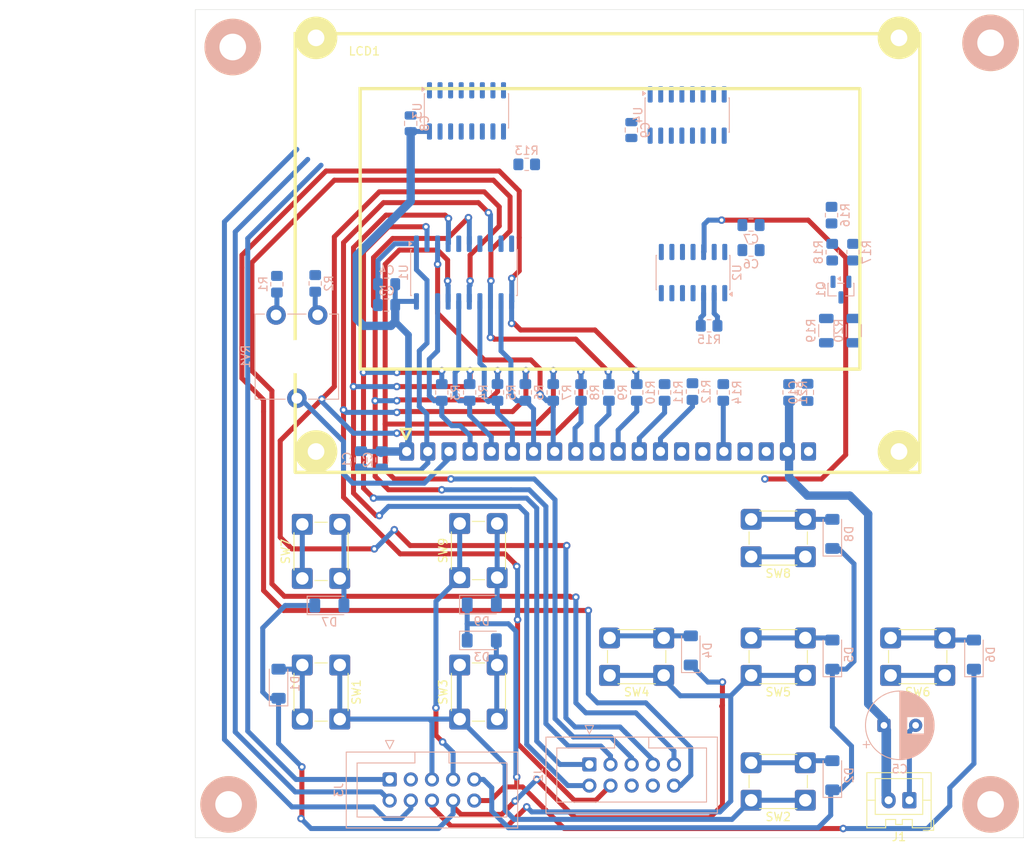
<source format=kicad_pcb>
(kicad_pcb (version 20241229) (generator "pcbnew") (generator_version "9.0")
  (layers (0 "F.Cu" signal) (2 "B.Cu" signal) (13 "F.Paste" user) (15 "B.Paste" user) (5 "F.SilkS" user "F.Silkscreen") (7 "B.SilkS" user "B.Silkscreen") (1 "F.Mask" user) (3 "B.Mask" user) (25 "Edge.Cuts" user))
  (net 0 "")
  (net 1 "+5V")
  (net 2 "GND")
  (net 3 "Net-(D1-A)")
  (net 4 "ROW1")
  (net 5 "Net-(D2-A)")
  (net 6 "ROW2")
  (net 7 "Net-(D3-A)")
  (net 8 "ROW3")
  (net 9 "Net-(D4-A)")
  (net 10 "Net-(D5-A)")
  (net 11 "Net-(D6-A)")
  (net 12 "Net-(D7-A)")
  (net 13 "Net-(D8-A)")
  (net 14 "Net-(D9-A)")
  (net 15 "DB2_IN")
  (net 16 "DB0_IN")
  (net 17 "DB5_IN")
  (net 18 "DB7_IN")
  (net 19 "DB1_IN")
  (net 20 "DB4_IN")
  (net 21 "DB6_IN")
  (net 22 "CS1_IN")
  (net 23 "DB3_IN")
  (net 24 "CS2_IN")
  (net 25 "BACKLIGHT_DRIVE_IN")
  (net 26 "COL2")
  (net 27 "COL3")
  (net 28 "CLK")
  (net 29 "LATCH")
  (net 30 "COL1")
  (net 31 "DB7")
  (net 32 "DB6")
  (net 33 "Net-(LCD1-K)")
  (net 34 "DB4")
  (net 35 "CS2")
  (net 36 "Net-(LCD1-VEE)")
  (net 37 "Net-(LCD1-VO)")
  (net 38 "DB0")
  (net 39 "EN")
  (net 40 "DB5")
  (net 41 "DB2")
  (net 42 "DB1")
  (net 43 "DB3")
  (net 44 "DI")
  (net 45 "CS1")
  (net 46 "Net-(Q1-C)")
  (net 47 "Net-(Q1-B)")
  (net 48 "Net-(R1-Pad2)")
  (net 49 "Net-(R2-Pad1)")
  (net 50 "BACKLIGHT_DRIVE")
  (net 51 "Net-(U3-QH')")
  (net 55 "Net-(LCD1-~{RST})")
  (net 56 "EN_IN")
  (net 59 "DATA")
  (footprint "My-Footprints:SW_PUSH_6mm" (layer "F.Cu") (at 104.85 97.35 90)
    (property "Reference" "SW7")
    (property "Value" "SW_Push")
  )
  (footprint "My-Footprints:SW_PUSH_6mm" (layer "F.Cu") (at 165.25 109 180)
    (property "Reference" "SW5")
    (property "Value" "SW_Push")
  )
  (footprint "My-Footprints:SW_PUSH_6mm" (layer "F.Cu") (at 109.35 107.75 -90)
    (property "Reference" "SW1")
    (property "Value" "SW_Push")
  )
  (footprint "My-Footprints:SW_PUSH_6mm" (layer "F.Cu") (at 165.25 124 180)
    (property "Reference" "SW2")
    (property "Value" "SW_Push")
  )
  (footprint "My-Footprints:SW_PUSH_6mm" (layer "F.Cu") (at 148.25 109 180)
    (property "Reference" "SW4")
    (property "Value" "SW_Push")
  )
  (footprint "My-Footprints:Mount-Hole-3mm" (layer "F.Cu") (at 187.5 33 90)
    (property "Reference" "H1")
    (property "Value" "MountingHole")
  )
  (footprint "My-Footprints:SW_PUSH_6mm" (layer "F.Cu") (at 182 109 180)
    (property "Reference" "SW6")
    (property "Value" "SW_Push")
  )
  (footprint "My-Footprints:SW_PUSH_6mm" (layer "F.Cu") (at 165.25 94.75 180)
    (property "Reference" "SW8")
    (property "Value" "SW_Push")
  )
  (footprint "My-Footprints:Mount-Hole-3mm" (layer "F.Cu") (at 96 124.5 90)
    (property "Reference" "H3")
    (property "Value" "MountingHole")
  )
  (footprint "My-Footprints:Mount-Hole-3mm" (layer "F.Cu") (at 187.5 124.5 90)
    (property "Reference" "H4")
    (property "Value" "MountingHole")
  )
  (footprint "My-Footprints:SW_PUSH_6mm" (layer "F.Cu") (at 123.75 114.25 90)
    (property "Reference" "SW3")
    (property "Value" "SW_Push")
  )
  (footprint "Connector_JST:JST_XA_B02B-XASK-1_1x02_P2.50mm_Vertical" (layer "F.Cu") (at 177.75 124 180)
    (property "Reference" "J1")
    (property "Value" "VCC_5V")
  )
  (footprint "My-Footprints-displays:RG12864B_FULL" (layer "F.Cu") (at 68.8 76.5)
    (property "Reference" "LCD1")
    (property "Value" "RG12864B-BIW-V")
  )
  (footprint "My-Footprints:SW_PUSH_6mm" (layer "F.Cu") (at 123.75 97.25 90)
    (property "Reference" "SW9")
    (property "Value" "SW_Push")
  )
  (footprint "My-Footprints:Mount-Hole-3mm" (layer "F.Cu") (at 96.5 33.5 90)
    (property "Reference" "H2")
    (property "Value" "MountingHole")
  )
  (footprint "Diode_SMD:D_MiniMELF" (layer "B.Cu") (at 168.5 92 90)
    (property "Reference" "D8")
    (property "Value" "LL4148")
  )
  (footprint "Resistor_SMD:R_0805_2012Metric_Pad1.20x1.40mm_HandSolder" (layer "B.Cu") (at 145.011111 75 90)
    (property "Reference" "R10")
    (property "Value" "0R")
  )
  (footprint "Diode_SMD:D_MiniMELF" (layer "B.Cu") (at 185.5 106.5 90)
    (property "Reference" "D6")
    (property "Value" "LL4148")
  )
  (footprint "Resistor_SMD:R_0805_2012Metric_Pad1.20x1.40mm_HandSolder" (layer "B.Cu") (at 148.355556 75 90)
    (property "Reference" "R11")
    (property "Value" "0R")
  )
  (footprint "Capacitor_SMD:C_0805_2012Metric_Pad1.18x1.45mm_HandSolder" (layer "B.Cu") (at 114.97 62 180)
    (property "Reference" "C4")
    (property "Value" "100n")
  )
  (footprint "Package_SO:SO-14_3.9x8.65mm_P1.27mm" (layer "B.Cu") (at 151.77 60.6 90)
    (property "Reference" "U2")
    (property "Value" "74HCT125")
  )
  (footprint "Diode_SMD:D_MiniMELF" (layer "B.Cu") (at 126.4 100.5)
    (property "Reference" "D9")
    (property "Value" "LL4148")
  )
  (footprint "Resistor_SMD:R_0805_2012Metric_Pad1.20x1.40mm_HandSolder" (layer "B.Cu") (at 155.4 75 90)
    (property "Reference" "R14")
    (property "Value" "0R")
  )
  (footprint "Resistor_SMD:R_0805_2012Metric_Pad1.20x1.40mm_HandSolder" (layer "B.Cu") (at 151.7 74.9 90)
    (property "Reference" "R12")
    (property "Value" "0R")
  )
  (footprint "Capacitor_SMD:C_0805_2012Metric" (layer "B.Cu") (at 144.365 43.475 90)
    (property "Reference" "C9")
    (property "Value" "100n")
  )
  (footprint "Diode_SMD:D_MiniMELF" (layer "B.Cu") (at 126.4 104.8)
    (property "Reference" "D3")
    (property "Value" "LL4148")
  )
  (footprint "Resistor_SMD:R_0805_2012Metric_Pad1.20x1.40mm_HandSolder" (layer "B.Cu") (at 163.3 75 90)
    (property "Reference" "R21")
    (property "Value" "10k")
  )
  (footprint "Resistor_SMD:R_0805_2012Metric_Pad1.20x1.40mm_HandSolder" (layer "B.Cu") (at 121.6 75 90)
    (property "Reference" "R3")
    (property "Value" "0R")
  )
  (footprint "Connector_IDC:IDC-Header_2x05_P2.54mm_Vertical" (layer "B.Cu") (at 139.32 119.7 -90)
    (property "Reference" "J2")
    (property "Value" "LED")
  )
  (footprint "Capacitor_THT:CP_Radial_D8.0mm_P3.80mm" (layer "B.Cu") (at 174.697349 115)
    (property "Reference" "C5")
    (property "Value" "100u/10V")
  )
  (footprint "Capacitor_SMD:C_0805_2012Metric_Pad1.18x1.45mm_HandSolder" (layer "B.Cu") (at 158.7325 54.89)
    (property "Reference" "C7")
    (property "Value" "100n")
  )
  (footprint "Resistor_SMD:R_0805_2012Metric_Pad1.20x1.40mm_HandSolder" (layer "B.Cu") (at 138.322222 75 90)
    (property "Reference" "R8")
    (property "Value" "0R")
  )
  (footprint "Diode_SMD:D_MiniMELF" (layer "B.Cu") (at 151.5 106 90)
    (property "Reference" "D4")
    (property "Value" "LL4148")
  )
  (footprint "Package_SO:SO-20_5.3x12.6mm_P1.27mm" (layer "B.Cu") (at 124.27 60.6 -90)
    (property "Reference" "U1")
    (property "Value" "74AHCT244")
  )
  (footprint "Package_SO:SOIC-16_3.9x9.9mm_P1.27mm" (layer "B.Cu") (at 124.565 41.175 -90)
    (property "Reference" "U3")
    (property "Value" "74HC595")
  )
  (footprint "Resistor_SMD:R_0805_2012Metric_Pad1.20x1.40mm_HandSolder" (layer "B.Cu") (at 134.977778 75 90)
    (property "Reference" "R7")
    (property "Value" "0R")
  )
  (footprint "Capacitor_SMD:C_0805_2012Metric_Pad1.18x1.45mm_HandSolder" (layer "B.Cu") (at 111.9 83.1 -90)
    (property "Reference" "C1")
    (property "Value" "4u7")
  )
  (footprint "Capacitor_SMD:C_0805_2012Metric" (layer "B.Cu") (at 117.865 42.675 90)
    (property "Reference" "C8")
    (property "Value" "100n")
  )
  (footprint "Diode_SMD:D_MiniMELF" (layer "B.Cu") (at 102 110 90)
    (property "Reference" "D1")
    (property "Value" "LL4148")
  )
  (footprint "Resistor_SMD:R_0805_2012Metric_Pad1.20x1.40mm_HandSolder" (layer "B.Cu") (at 124.944444 75 90)
    (property "Reference" "R4")
    (property "Value" "0R")
  )
  (footprint "Diode_SMD:D_MiniMELF" (layer "B.Cu") (at 108.1 100.6)
    (property "Reference" "D7")
    (property "Value" "LL4148")
  )
  (footprint "Resistor_SMD:R_0805_2012Metric_Pad1.20x1.40mm_HandSolder" (layer "B.Cu") (at 141.666667 75 90)
    (property "Reference" "R9")
    (property "Value" "0R")
  )
  (footprint "Diode_SMD:D_MiniMELF" (layer "B.Cu") (at 168.5 121 90)
    (property "Reference" "D2")
    (property "Value" "LL4148")
  )
  (footprint "Connector_IDC:IDC-Header_2x05_P2.54mm_Vertical" (layer "B.Cu") (at 115.34 121.5 -90)
    (property "Reference" "J3")
    (property "Value" "LED")
  )
  (footprint "Resistor_SMD:R_0805_2012Metric_Pad1.20x1.40mm_HandSolder" (layer "B.Cu") (at 168.48 58.1475 -90)
    (property "Reference" "R18")
    (property "Value" "10k")
  )
  (footprint "Capacitor_SMD:C_0805_2012Metric_Pad1.18x1.45mm_HandSolder" (layer "B.Cu") (at 158.7325 57.9)
    (property "Reference" "C6")
    (property "Value" "1u")
  )
  (footprint "Resistor_SMD:R_1206_3216Metric" (layer "B.Cu") (at 167.77 67.575 -90)
    (property "Reference" "R19")
    (property "Value" "R")
  )
  (footprint "Resistor_SMD:R_0805_2012Metric_Pad1.20x1.40mm_HandSolder" (layer "B.Cu") (at 131.633333 75 90)
    (property "Reference" "R6")
    (property "Value" "0R")
  )
  (footprint "Resistor_SMD:R_0805_2012Metric_Pad1.20x1.40mm_HandSolder" (layer "B.Cu") (at 128.288889 75 90)
    (property "Reference" "R5")
    (property "Value" "0R")
  )
  (footprint "Package_SO:SOIC-16_3.9x9.9mm_P1.27mm" (layer "B.Cu") (at 151.065 41.675 -90)
    (property "Reference" "U4")
    (property "Value" "74HC595")
  )
  (footprint "Resistor_SMD:R_0805_2012Metric_Pad1.20x1.40mm_HandSolder" (layer "B.Cu") (at 106.4 61.9 90)
    (property "Reference" "R2")
    (property "Value" "0R")
  )
  (footprint "Resistor_SMD:R_0805_2012Metric_Pad1.20x1.40mm_HandSolder" (layer "B.Cu") (at 131.795 47.6 180)
    (property "Reference" "R13")
    (property "Value" "0R")
  )
  (footprint "Resistor_SMD:R_0805_2012Metric_Pad1.20x1.40mm_HandSolder" (layer "B.Cu") (at 101.8 62 -90)
    (property "Reference" "R1")
    (property "Value" "10k")
  )
  (footprint "Resistor_SMD:R_0805_2012Metric_Pad1.20x1.40mm_HandSolder" (layer "B.Cu") (at 170.98 58.1475 90)
    (property "Reference" "R17")
    (property "Value" "10k")
  )
  (footprint "Diode_SMD:D_MiniMELF" (layer "B.Cu") (at 168.5 106.5 90)
    (property "Reference" "D5")
    (property "Value" "LL4148")
  )
  (footprint "Capacitor_SMD:C_0805_2012Metric_Pad1.18x1.45mm_HandSolder" (layer "B.Cu") (at 165.5 75 -90)
    (property "Reference" "C10")
    (property "Value" "470n")
  )
  (footprint "Potentiometer_THT:Potentiometer_ACP_CA9-V10_Vertical_Hole" (layer "B.Cu") (at 106.7 65.7 -90)
    (property "Reference" "RV1")
    (property "Value" "1k")
  )
  (footprint "Resistor_SMD:R_1206_3216Metric" (layer "B.Cu") (at 171.08 67.575 -90)
    (property "Reference" "R20")
    (property "Value" "R")
  )
  (footprint "Resistor_SMD:R_0805_2012Metric_Pad1.20x1.40mm_HandSolder" (layer "B.Cu") (at 168.4 53.7 90)
    (property "Reference" "R16")
    (property "Value" "0R")
  )
  (footprint "Package_TO_SOT_SMD:SOT-23" (layer "B.Cu") (at 169.53 62.6475 -90)
    (property "Reference" "Q1")
    (property "Value" "BC817")
  )
  (footprint "Capacitor_SMD:C_0805_2012Metric_Pad1.18x1.45mm_HandSolder" (layer "B.Cu") (at 114.4 83.1 -90)
    (property "Reference" "C2")
    (property "Value" "100n")
  )
  (footprint "Capacitor_SMD:C_0805_2012Metric_Pad1.18x1.45mm_HandSolder" (layer "B.Cu") (at 114.97 64.5 180)
    (property "Reference" "C3")
    (property "Value" "1u")
  )
  (footprint "Resistor_SMD:R_0805_2012Metric_Pad1.20x1.40mm_HandSolder" (layer "B.Cu") (at 153.7 67)
    (property "Reference" "R15")
    (property "Value" "0R")
  )
  (gr_rect (start 92 29) (end 191.5 128.5) (stroke (width 0.05)) (fill no) (layer "Edge.Cuts"))
  (segment (start 117.38 82.1) (end 117.6 81.88) (width 0.8) (layer "B.Cu") (net 1))
  (segment (start 174.697349 115) (end 174.697349 114.297349) (width 1) (layer "B.Cu") (net 1))
  (segment (start 114.4625 82.1) (end 114.3 82.2625) (width 1) (layer "B.Cu") (net 1))
  (segment (start 117.6 81.88) (end 117.6 68.085) (width 0.8) (layer "B.Cu") (net 1))
  (segment (start 165.5 87.4) (end 163.3 85.2) (width 1) (layer "B.Cu") (net 1))
  (segment (start 111.4 58.5) (end 117.865 52.035) (width 1) (layer "B.Cu") (net 1))
  (segment (start 120.12 43.65) (end 117.89 43.65) (width 0.6) (layer "B.Cu") (net 1))
  (segment (start 117.38 82.1) (end 114.4625 82.1) (width 1) (layer "B.Cu") (net 1))
  (segment (start 175.25 115.552651) (end 174.697349 115) (width 0.6) (layer "B.Cu") (net 1))
  (segment (start 174.697349 123.447349) (end 175.25 124) (width 0.6) (layer "B.Cu") (net 1))
  (segment (start 112.0625 82.1) (end 111.9 82.2625) (width 0.6) (layer "B.Cu") (net 1))
  (segment (start 163.3 85.2) (end 163.3 76) (width 1) (layer "B.Cu") (net 1))
  (segment (start 117.6 68.085) (end 116.0075 66.4925) (width 0.8) (layer "B.Cu") (net 1))
  (segment (start 117.865 52.035) (end 117.865 43.625) (width 1) (layer "B.Cu") (net 1))
  (segment (start 172.8 112.4) (end 172.8 89.6) (width 1) (layer "B.Cu") (net 1))
  (segment (start 174.697349 115) (end 174.697349 123.447349) (width 0.6) (layer "B.Cu") (net 1))
  (segment (start 116.0075 66.4925) (end 115.5 67) (width 1) (layer "B.Cu") (net 1))
  (segment (start 170.6 87.4) (end 165.5 87.4) (width 1) (layer "B.Cu") (net 1))
  (segment (start 118.555 64.0625) (end 116.445 64.0625) (width 0.6) (layer "B.Cu") (net 1))
  (segment (start 117.38 82.1) (end 112.0625 82.1) (width 0.6) (layer "B.Cu") (net 1))
  (segment (start 112.2 67) (end 111.4 66.2) (width 1) (layer "B.Cu") (net 1))
  (segment (start 111.4 66.2) (end 111.4 58.5) (width 1) (layer "B.Cu") (net 1))
  (segment (start 172.8 89.6) (end 170.6 87.4) (width 1) (layer "B.Cu") (net 1))
  (segment (start 116.445 64.0625) (end 116.0075 64.5) (width 0.6) (layer "B.Cu") (net 1))
  (segment (start 116.0075 62) (end 116.0075 64.5) (width 0.6) (layer "B.Cu") (net 1))
  (segment (start 175.25 124) (end 175.25 115.552651) (width 0.6) (layer "B.Cu") (net 1))
  (segment (start 115.5 67) (end 112.2 67) (width 1) (layer "B.Cu") (net 1))
  (segment (start 117.89 43.65) (end 117.865 43.625) (width 0.6) (layer "B.Cu") (net 1))
  (segment (start 174.697349 114.297349) (end 172.8 112.4) (width 1) (layer "B.Cu") (net 1))
  (segment (start 116.0075 64.5) (end 116.0075 66.4925) (width 1) (layer "B.Cu") (net 1))
  (segment (start 111.9 84.3375) (end 119.0625 84.3375) (width 0.6) (layer "B.Cu") (net 2))
  (segment (start 177.75 115.747349) (end 177.75 124) (width 0.6) (layer "B.Cu") (net 2))
  (segment (start 119.0625 84.3375) (end 119.92 83.48) (width 0.6) (layer "B.Cu") (net 2))
  (segment (start 118.9 76.7) (end 119.8 77.6) (width 0.6) (layer "B.Cu") (net 2))
  (segment (start 119.8 81.98) (end 119.92 82.1) (width 0.6) (layer "B.Cu") (net 2))
  (segment (start 118.9 70) (end 118.9 76.7) (width 0.6) (layer "B.Cu") (net 2))
  (segment (start 119.92 83.48) (end 119.92 82.1) (width 0.6) (layer "B.Cu") (net 2))
  (segment (start 119.825 61.525) (end 118.555 60.255) (width 0.6) (layer "B.Cu") (net 2))
  (segment (start 119.825 69.075) (end 118.9 70) (width 0.6) (layer "B.Cu") (net 2))
  (segment (start 113.9325 59.1675) (end 115.9625 57.1375) (width 0.6) (layer "B.Cu") (net 2))
  (segment (start 119.8 77.6) (end 119.8 81.98) (width 0.6) (layer "B.Cu") (net 2))
  (segment (start 115.9625 57.1375) (end 118.555 57.1375) (width 0.6) (layer "B.Cu") (net 2))
  (segment (start 118.555 60.255) (end 118.555 57.1375) (width 0.6) (layer "B.Cu") (net 2))
  (segment (start 178.497349 115) (end 177.75 115.747349) (width 0.6) (layer "B.Cu") (net 2))
  (segment (start 119.825 64.0625) (end 119.825 61.525) (width 0.6) (layer "B.Cu") (net 2))
  (segment (start 113.9325 62) (end 113.9325 64.5) (width 0.6) (layer "B.Cu") (net 2))
  (segment (start 119.825 64.0625) (end 119.825 69.075) (width 0.6) (layer "B.Cu") (net 2))
  (segment (start 113.9325 62) (end 113.9325 59.1675) (width 0.6) (layer "B.Cu") (net 2))
  (segment (start 104.35 108.25) (end 104.85 107.75) (width 0.6) (layer "B.Cu") (net 3))
  (segment (start 104.85 114.25) (end 104.85 107.75) (width 0.6) (layer "B.Cu") (net 3))
  (segment (start 102 108.25) (end 104.35 108.25) (width 0.6) (layer "B.Cu") (net 3))
  (segment (start 155.3 109.8) (end 155.3 112.6) (width 0.6) (layer "F.Cu") (net 4))
  (segment (start 153.8 126.1) (end 155.3 124.6) (width 0.6) (layer "F.Cu") (net 4))
  (segment (start 130.4 124.1) (end 128.8 125.7) (width 0.6) (layer "F.Cu") (net 4))
  (segment (start 122.96 124.76) (end 122.96 124.04) (width 0.6) (layer "F.Cu") (net 4))
  (segment (start 133 121.5) (end 137.6 126.1) (width 0.6) (layer "F.Cu") (net 4))
  (segment (start 123.9 125.7) (end 122.96 124.76) (width 0.6) (layer "F.Cu") (net 4))
  (segment (start 155.3 112.6) (end 155.2 112.7) (width 0.6) (layer "F.Cu") (net 4))
  (segment (start 104.8 126.1) (end 104.7 126.2) (width 0.6) (layer "F.Cu") (net 4))
  (segment (start 104.8 120) (end 104.8 126.1) (width 0.6) (layer "F.Cu") (net 4))
  (segment (start 128.8 125.7) (end 123.9 125.7) (width 0.6) (layer "F.Cu") (net 4))
  (segment (start 155.3 124.6) (end 155.3 112.6) (width 0.6) (layer "F.Cu") (net 4))
  (segment (start 137.6 126.1) (end 153.8 126.1) (width 0.6) (layer "F.Cu") (net 4))
  (via (at 133 121.5) (size 0.9) (drill 0.45) (layers "F.Cu" "B.Cu") (net 4))
  (via (at 130.4 124.1) (size 0.9) (drill 0.45) (layers "F.Cu" "B.Cu") (net 4))
  (via (at 155.3 109.8) (size 0.9) (drill 0.45) (layers "F.Cu" "B.Cu") (net 4))
  (via (at 104.7 126.2) (size 0.9) (drill 0.45) (layers "F.Cu" "B.Cu") (net 4))
  (via (at 104.8 120) (size 0.9) (drill 0.45) (layers "F.Cu" "B.Cu") (net 4))
  (segment (start 102.8 100.6) (end 106.35 100.6) (width 0.6) (layer "B.Cu") (net 4))
  (segment (start 151.5 107.75) (end 153.55 109.8) (width 0.6) (layer "B.Cu") (net 4))
  (segment (start 102 117.2) (end 102 111.75) (width 0.6) (layer "B.Cu") (net 4))
  (segment (start 121.2 127.4) (end 122.96 125.64) (width 0.6) (layer "B.Cu") (net 4))
  (segment (start 100.1 111) (end 100.1 103.3) (width 0.6) (layer "B.Cu") (net 4))
  (segment (start 104.7 126.2) (end 105.9 127.4) (width 0.6) (layer "B.Cu") (net 4))
  (segment (start 122.96 125.64) (end 122.96 124.04) (width 0.6) (layer "B.Cu") (net 4))
  (segment (start 105.9 127.4) (end 121.2 127.4) (width 0.6) (layer "B.Cu") (net 4))
  (segment (start 133 121.5) (end 130.4 124.1) (width 0.6) (layer "B.Cu") (net 4))
  (segment (start 100.85 111.75) (end 100.1 111) (width 0.6) (layer "B.Cu") (net 4))
  (segment (start 153.55 109.8) (end 155.3 109.8) (width 0.6) (layer "B.Cu") (net 4))
  (segment (start 104.8 120) (end 102 117.2) (width 0.6) (layer "B.Cu") (net 4))
  (segment (start 100.1 103.3) (end 102.8 100.6) (width 0.6) (layer "B.Cu") (net 4))
  (segment (start 102 111.75) (end 100.85 111.75) (width 0.6) (layer "B.Cu") (net 4))
  (segment (start 165.5 119.25) (end 165.25 119.5) (width 0.6) (layer "B.Cu") (net 5))
  (segment (start 165.25 119.5) (end 158.75 119.5) (width 0.6) (layer "B.Cu") (net 5))
  (segment (start 168.5 119.25) (end 165.5 119.25) (width 0.6) (layer "B.Cu") (net 5))
  (segment (start 170.15 108.25) (end 171.1 107.3) (width 0.6) (layer "B.Cu") (net 6))
  (segment (start 168.3 125.8) (end 168.3 122.95) (width 0.6) (layer "B.Cu") (net 6))
  (segment (start 169.45 122.75) (end 168.5 122.75) (width 0.6) (layer "B.Cu") (net 6))
  (segment (start 127.6 125.3) (end 129.6 127.3) (width 0.6) (layer "B.Cu") (net 6))
  (segment (start 170.8 117.5) (end 170.8 121.4) (width 0.6) (layer "B.Cu") (net 6))
  (segment (start 126.6 121.5) (end 127.6 122.5) (width 0.6) (layer "B.Cu") (net 6))
  (segment (start 127.6 122.5) (end 127.6 125.3) (width 0.6) (layer "B.Cu") (net 6))
  (segment (start 171.1 107.3) (end 171.1 95.6) (width 0.6) (layer "B.Cu") (net 6))
  (segment (start 166.8 127.3) (end 168.3 125.8) (width 0.6) (layer "B.Cu") (net 6))
  (segment (start 168.5 115.2) (end 170.8 117.5) (width 0.6) (layer "B.Cu") (net 6))
  (segment (start 170.8 121.4) (end 169.45 122.75) (width 0.6) (layer "B.Cu") (net 6))
  (segment (start 171.1 95.6) (end 169.25 93.75) (width 0.6) (layer "B.Cu") (net 6))
  (segment (start 168.5 108.25) (end 168.5 115.2) (width 0.6) (layer "B.Cu") (net 6))
  (segment (start 168.3 122.95) (end 168.5 122.75) (width 0.6) (layer "B.Cu") (net 6))
  (segment (start 125.5 121.5) (end 126.6 121.5) (width 0.6) (layer "B.Cu") (net 6))
  (segment (start 129.6 127.3) (end 166.8 127.3) (width 0.6) (layer "B.Cu") (net 6))
  (segment (start 169.25 93.75) (end 168.5 93.75) (width 0.6) (layer "B.Cu") (net 6))
  (segment (start 168.5 108.25) (end 170.15 108.25) (width 0.6) (layer "B.Cu") (net 6))
  (segment (start 128.15 107.65) (end 128.25 107.75) (width 0.6) (layer "B.Cu") (net 7))
  (segment (start 128.2 114.25) (end 128.2 107.75) (width 0.6) (layer "B.Cu") (net 7))
  (segment (start 128.15 104.8) (end 128.15 107.65) (width 0.6) (layer "B.Cu") (net 7))
  (segment (start 136.3 127.4) (end 131.3 122.4) (width 0.6) (layer "F.Cu") (net 8))
  (segment (start 131.3 122.4) (end 130.6 122.4) (width 0.6) (layer "F.Cu") (net 8))
  (segment (start 130.6 122.4) (end 129.1 122.4) (width 0.6) (layer "F.Cu") (net 8))
  (segment (start 127.46 124.04) (end 129.1 122.4) (width 0.6) (layer "F.Cu") (net 8))
  (segment (start 125.5 124.04) (end 127.46 124.04) (width 0.6) (layer "F.Cu") (net 8))
  (segment (start 136.3 127.4) (end 169.8 127.4) (width 0.6) (layer "F.Cu") (net 8))
  (segment (start 130.6 121.2) (end 130.6 122.4) (width 0.6) (layer "F.Cu") (net 8))
  (via (at 130.6 121.2) (size 0.9) (drill 0.45) (layers "F.Cu" "B.Cu") (net 8))
  (via (at 169.8 127.4) (size 0.9) (drill 0.45) (layers "F.Cu" "B.Cu") (net 8))
  (segment (start 182.6 124.7) (end 179.9 127.4) (width 0.6) (layer "B.Cu") (net 8))
  (segment (start 182.6 122.5) (end 182.6 124.7) (width 0.6) (layer "B.Cu") (net 8))
  (segment (start 124.65 100.5) (end 124.65 102.8) (width 0.6) (layer "B.Cu") (net 8))
  (segment (start 124.65 102.8) (end 129.6 102.8) (width 0.6) (layer "B.Cu") (net 8))
  (segment (start 130.5 121.1) (end 130.6 121.2) (width 0.6) (layer "B.Cu") (net 8))
  (segment (start 179.9 127.4) (end 169.8 127.4) (width 0.6) (layer "B.Cu") (net 8))
  (segment (start 185.5 119.6) (end 182.6 122.5) (width 0.6) (layer "B.Cu") (net 8))
  (segment (start 130.5 103.7) (end 130.5 121.1) (width 0.6) (layer "B.Cu") (net 8))
  (segment (start 124.65 102.8) (end 124.65 104.8) (width 0.6) (layer "B.Cu") (net 8))
  (segment (start 129.6 102.8) (end 130.5 103.7) (width 0.6) (layer "B.Cu") (net 8))
  (segment (start 185.5 108.25) (end 185.5 119.6) (width 0.6) (layer "B.Cu") (net 8))
  (segment (start 151.5 104.25) (end 142 104.25) (width 0.6) (layer "B.Cu") (net 9))
  (segment (start 142 104.25) (end 141.75 104.5) (width 0.6) (layer "B.Cu") (net 9))
  (segment (start 158.75 104.5) (end 168.25 104.5) (width 0.6) (layer "B.Cu") (net 10))
  (segment (start 168.25 104.5) (end 168.5 104.75) (width 0.6) (layer "B.Cu") (net 10))
  (segment (start 182.25 104.75) (end 182 104.5) (width 0.6) (layer "B.Cu") (net 11))
  (segment (start 185.5 104.75) (end 182.25 104.75) (width 0.6) (layer "B.Cu") (net 11))
  (segment (start 175.5 104.5) (end 182 104.5) (width 0.6) (layer "B.Cu") (net 11))
  (segment (start 109.85 100.6) (end 109.85 91.35) (width 0.6) (layer "B.Cu") (net 12))
  (segment (start 109.85 91.35) (end 109.35 90.85) (width 0.6) (layer "B.Cu") (net 12))
  (segment (start 158.75 90.25) (end 168.5 90.25) (width 0.6) (layer "B.Cu") (net 13))
  (segment (start 128.25 100.4) (end 128.15 100.5) (width 0.6) (layer "B.Cu") (net 14))
  (segment (start 128.25 90.75) (end 128.25 100.4) (width 0.6) (layer "B.Cu") (net 14))
  (segment (start 113.4 64.6) (end 113.4 58.8) (width 0.6) (layer "F.Cu") (net 15))
  (segment (start 113.4 58.8) (end 115.7 56.5) (width 0.6) (layer "F.Cu") (net 15))
  (segment (start 113.6 64.8) (end 113.4 64.6) (width 0.6) (layer "F.Cu") (net 15))
  (segment (start 122.3 56.5) (end 124.8 54) (width 0.6) (layer "F.Cu") (net 15))
  (segment (start 128.3 74.9) (end 127.3 75.9) (width 0.6) (layer "F.Cu") (net 15))
  (segment (start 115.2 86.7) (end 113.6 85.1) (width 0.6) (layer "F.Cu") (net 15))
  (segment (start 127.3 75.9) (end 116.4 75.9) (width 0.6) (layer "F.Cu") (net 15))
  (segment (start 113.6 76) (end 113.6 64.8) (width 0.6) (layer "F.Cu") (net 15))
  (segment (start 128.3 72.3) (end 128.3 74.9) (width 0.6) (layer "F.Cu") (net 15))
  (segment (start 121.6 86.7) (end 115.2 86.7) (width 0.6) (layer "F.Cu") (net 15))
  (segment (start 116.4 75.9) (end 116.3 76) (width 0.6) (layer "F.Cu") (net 15))
  (segment (start 115.7 56.5) (end 122.3 56.5) (width 0.6) (layer "F.Cu") (net 15))
  (segment (start 113.6 85.1) (end 113.6 76) (width 0.6) (layer "F.Cu") (net 15))
  (via (at 124.8 54) (size 0.9) (drill 0.45) (layers "F.Cu" "B.Cu") (net 15))
  (via (at 121.6 86.7) (size 0.9) (drill 0.45) (layers "F.Cu" "B.Cu") (net 15))
  (via (at 128.3 72.4) (size 0.9) (drill 0.45) (layers "F.Cu" "B.Cu") (net 15))
  (via (at 113.6 76) (size 0.9) (drill 0.45) (layers "F.Cu" "B.Cu") (net 15))
  (via (at 116.2 76) (size 0.9) (drill 0.45) (layers "F.Cu" "B.Cu") (net 15))
  (segment (start 136.8 117.5) (end 134.7 115.4) (width 0.6) (layer "B.Cu") (net 15))
  (segment (start 124.8 54) (end 124.905 54.105) (width 0.6) (layer "B.Cu") (net 15))
  (segment (start 140.7 117.5) (end 136.8 117.5) (width 0.6) (layer "B.Cu") (net 15))
  (segment (start 141.86 118.66) (end 140.7 117.5) (width 0.6) (layer "B.Cu") (net 15))
  (segment (start 129.9 86.7) (end 121.6 86.7) (width 0.6) (layer "B.Cu") (net 15))
  (segment (start 128.288889 72.311111) (end 128.3 72.3) (width 0.6) (layer "B.Cu") (net 15))
  (segment (start 132.1 86.7) (end 129.9 86.7) (width 0.6) (layer "B.Cu") (net 15))
  (segment (start 141.86 119.7) (end 141.86 118.66) (width 0.6) (layer "B.Cu") (net 15))
  (segment (start 134.1 114.8) (end 134.1 88.7) (width 0.6) (layer "B.Cu") (net 15))
  (segment (start 134.1 88.7) (end 132.1 86.7) (width 0.6) (layer "B.Cu") (net 15))
  (segment (start 134.7 115.4) (end 134.1 114.8) (width 0.6) (layer "B.Cu") (net 15))
  (segment (start 124.905 54.105) (end 124.905 57.1375) (width 0.6) (layer "B.Cu") (net 15))
  (segment (start 128.288889 74) (end 128.288889 72.311111) (width 0.6) (layer "B.Cu") (net 15))
  (segment (start 116.3 76) (end 113.6 76) (width 0.6) (layer "B.Cu") (net 15))
  (segment (start 115.2 55.1) (end 119.7 55.1) (width 0.6) (layer "F.Cu") (net 16))
  (segment (start 113.4 87.7) (end 112.2 86.5) (width 0.6) (layer "F.Cu") (net 16))
  (segment (start 112.2 72.6) (end 112.2 58.1) (width 0.6) (layer "F.Cu") (net 16))
  (segment (start 121.6 72.6) (end 116.2 72.6) (width 0.6) (layer "F.Cu") (net 16))
  (segment (start 112.2 86.5) (end 112.2 72.6) (width 0.6) (layer "F.Cu") (net 16))
  (segment (start 112.2 58.1) (end 115.2 55.1) (width 0.6) (layer "F.Cu") (net 16))
  (via (at 112.2 72.6) (size 0.9) (drill 0.45) (layers "F.Cu" "B.Cu") (net 16))
  (via (at 119.7 55.1) (size 0.9) (drill 0.45) (layers "F.Cu" "B.Cu") (net 16))
  (via (at 116.2 72.6) (size 0.9) (drill 0.45) (layers "F.Cu" "B.Cu") (net 16))
  (via (at 121.6 72.4) (size 0.9) (drill 0.45) (layers "F.Cu" "B.Cu") (net 16))
  (via (at 113.4 87.7) (size 0.9) (drill 0.45) (layers "F.Cu" "B.Cu") (net 16))
  (segment (start 116.2 72.6) (end 112.2 72.6) (width 0.6) (layer "B.Cu") (net 16))
  (segment (start 133 116.9) (end 135.8 119.7) (width 0.6) (layer "B.Cu") (net 16))
  (segment (start 121.6 74) (end 121.6 72.6) (width 0.6) (layer "B.Cu") (net 16))
  (segment (start 113.4 87.7) (end 131.8 87.7) (width 0.6) (layer "B.Cu") (net 16))
  (segment (start 133 88.9) (end 133 116.9) (width 0.6) (layer "B.Cu") (net 16))
  (segment (start 135.8 119.7) (end 139.32 119.7) (width 0.6) (layer "B.Cu") (net 16))
  (segment (start 119.7 55.1) (end 119.825 55.225) (width 0.6) (layer "B.Cu") (net 16))
  (segment (start 131.8 87.7) (end 133 88.9) (width 0.6) (layer "B.Cu") (net 16))
  (segment (start 119.825 55.225) (end 119.825 57.1375) (width 0.6) (layer "B.Cu") (net 16))
  (segment (start 125 58.5) (end 125 61.5) (width 0.6) (layer "F.Cu") (net 17))
  (segment (start 126.7 50.9) (end 128.5 52.7) (width 0.6) (layer "F.Cu") (net 17))
  (segment (start 138.3 72.5) (end 138.3 76.8) (width 0.6) (layer "F.Cu") (net 17))
  (segment (start 114.1 50.9) (end 126.7 50.9) (width 0.6) (layer "F.Cu") (net 17))
  (segment (start 128.5 52.7) (end 128.5 55) (width 0.6) (layer "F.Cu") (net 17))
  (segment (start 107.2 75.8) (end 102.2 80.8) (width 0.6) (layer "F.Cu") (net 17))
  (segment (start 136.6 93.4) (end 117.8 93.4) (width 0.6) (layer "F.Cu") (net 17))
  (segment (start 135.2 79.9) (end 116.2 79.9) (width 0.6) (layer "F.Cu") (net 17))
  (segment (start 108.7 56.3) (end 114.1 50.9) (width 0.6) (layer "F.Cu") (net 17))
  (segment (start 128.5 55) (end 125 58.5) (width 0.6) (layer "F.Cu") (net 17))
  (segment (start 107.2 75.8) (end 108.7 74.3) (width 0.6) (layer "F.Cu") (net 17))
  (segment (start 103.6 93.8) (end 113.5 93.8) (width 0.6) (layer "F.Cu") (net 17))
  (segment (start 136.2 78.9) (end 135.2 79.9) (width 0.6) (layer "F.Cu") (net 17))
  (segment (start 102.2 80.8) (end 102.2 92.4) (width 0.6) (layer "F.Cu") (net 17))
  (segment (start 117.8 93.4) (end 115.9 91.5) (width 0.6) (layer "F.Cu") (net 17))
  (segment (start 138.3 76.8) (end 136.2 78.9) (width 0.6) (layer "F.Cu") (net 17))
  (segment (start 102.2 92.4) (end 103.6 93.8) (width 0.6) (layer "F.Cu") (net 17))
  (segment (start 108.7 74.3) (end 108.7 56.3) (width 0.6) (layer "F.Cu") (net 17))
  (via (at 115.9 91.5) (size 0.9) (drill 0.45) (layers "F.Cu" "B.Cu") (net 17))
  (via (at 116.2 79.9) (size 0.9) (drill 0.45) (layers "F.Cu" "B.Cu") (net 17))
  (via (at 107.2 75.8) (size 0.9) (drill 0.45) (layers "F.Cu" "B.Cu") (net 17))
  (via (at 136.6 93.4) (size 0.9) (drill 0.45) (layers "F.Cu" "B.Cu") (net 17))
  (via (at 113.5 93.8) (size 0.9) (drill 0.45) (layers "F.Cu" "B.Cu") (net 17))
  (via (at 125 61.6) (size 0.9) (drill 0.45) (layers "F.Cu" "B.Cu") (net 17))
  (via (at 138.3 72.5) (size 0.9) (drill 0.45) (layers "F.Cu" "B.Cu") (net 17))
  (segment (start 146.94 119.14) (end 143.6 115.8) (width 0.6) (layer "B.Cu") (net 17))
  (segment (start 107.2 75.8) (end 107.2 76.1) (width 0.6) (layer "B.Cu") (net 17))
  (segment (start 113.6 93.8) (end 113.5 93.8) (width 0.6) (layer "B.Cu") (net 17))
  (segment (start 111 79.9) (end 116.2 79.9) (width 0.6) (layer "B.Cu") (net 17))
  (segment (start 143.6 115.8) (end 143 115.2) (width 0.6) (layer "B.Cu") (net 17))
  (segment (start 137.6 115.2) (end 136.5 114.1) (width 0.6) (layer "B.Cu") (net 17))
  (segment (start 140.6 115.2) (end 137.6 115.2) (width 0.6) (layer "B.Cu") (net 17))
  (segment (start 124.9 62.2) (end 124.9 64.0575) (width 0.6) (layer "B.Cu") (net 17))
  (segment (start 107.2 76.1) (end 111 79.9) (width 0.6) (layer "B.Cu") (net 17))
  (segment (start 124.9 64.0575) (end 124.905 64.0625) (width 0.6) (layer "B.Cu") (net 17))
  (segment (start 136.5 114.1) (end 136.5 93.5) (width 0.6) (layer "B.Cu") (net 17))
  (segment (start 125 62.1) (end 124.9 62.2) (width 0.6) (layer "B.Cu") (net 17))
  (segment (start 138.322222 72.522222) (end 138.3 72.5) (width 0.6) (layer "B.Cu") (net 17))
  (segment (start 143 115.2) (end 140.6 115.2) (width 0.6) (layer "B.Cu") (net 17))
  (segment (start 136.5 93.5) (end 136.6 93.4) (width 0.6) (layer "B.Cu") (net 17))
  (segment (start 138.322222 74) (end 138.322222 72.522222) (width 0.6) (layer "B.Cu") (net 17))
  (segment (start 125 61.5) (end 125 62.1) (width 0.6) (layer "B.Cu") (net 17))
  (segment (start 115.9 91.5) (end 113.6 93.8) (width 0.6) (layer "B.Cu") (net 17))
  (segment (start 146.94 119.7) (end 146.94 119.14) (width 0.6) (layer "B.Cu") (net 17))
  (segment (start 100.2 98.8) (end 100.2 77.3) (width 0.6) (layer "F.Cu") (net 18))
  (segment (start 129.985 66.7) (end 130.27 66.7) (width 0.6) (layer "F.Cu") (net 18))
  (segment (start 97.6 58.5) (end 107.7 48.4) (width 0.6) (layer "F.Cu") (net 18))
  (segment (start 100.3 98.9) (end 100.2 98.8) (width 0.6) (layer "F.Cu") (net 18))
  (segment (start 130.9 60.4) (end 130 61.3) (width 0.6) (layer "F.Cu") (net 18))
  (segment (start 97.6 73.3) (end 97.6 60) (width 0.6) (layer "F.Cu") (net 18))
  (segment (start 140 67.5) (end 144.9 72.4) (width 0.6) (layer "F.Cu") (net 18))
  (segment (start 102.6 101.2) (end 100.3 98.9) (width 0.6) (layer "F.Cu") (net 18))
  (segment (start 107.7 48.4) (end 128.5 48.4) (width 0.6) (layer "F.Cu") (net 18))
  (segment (start 130.9 56.4) (end 130.9 60.4) (width 0.6) (layer "F.Cu") (net 18))
  (segment (start 139.2 101.2) (end 102.6 101.2) (width 0.6) (layer "F.Cu") (net 18))
  (segment (start 130.27 66.7) (end 131.07 67.5) (width 0.6) (layer "F.Cu") (net 18))
  (segment (start 130.9 50.8) (end 130.9 56.4) (width 0.6) (layer "F.Cu") (net 18))
  (segment (start 97.6 60) (end 97.6 58.5) (width 0.6) (layer "F.Cu") (net 18))
  (segment (start 130.5 50.4) (end 130.9 50.8) (width 0.6) (layer "F.Cu") (net 18))
  (segment (start 98.3 74) (end 97.6 73.3) (width 0.6) (layer "F.Cu") (net 18))
  (segment (start 128.5 48.4) (end 130.5 50.4) (width 0.6) (layer "F.Cu") (net 18))
  (segment (start 100.2 77.3) (end 100.2 75.9) (width 0.6) (layer "F.Cu") (net 18))
  (segment (start 131.07 67.5) (end 140 67.5) (width 0.6) (layer "F.Cu") (net 18))
  (segment (start 100.2 75.9) (end 98.3 74) (width 0.6) (layer "F.Cu") (net 18))
  (via (at 139.2 101.2) (size 0.9) (drill 0.45) (layers "F.Cu" "B.Cu") (net 18))
  (via (at 129.985 66.7) (size 0.9) (drill 0.45) (layers "F.Cu" "B.Cu") (net 18))
  (via (at 130 61.3) (size 0.9) (drill 0.45) (layers "F.Cu" "B.Cu") (net 18))
  (via (at 144.9 72.4) (size 0.9) (drill 0.45) (layers "F.Cu" "B.Cu") (net 18))
  (segment (start 130 61.3) (end 130 64.0475) (width 0.6) (layer "B.Cu") (net 18))
  (segment (start 150.26 122.24) (end 149.48 122.24) (width 0.6) (layer "B.Cu") (net 18))
  (segment (start 130 64.0475) (end 129.985 64.0625) (width 0.6) (layer "B.Cu") (net 18))
  (segment (start 146.1 112.3) (end 151.5 117.7) (width 0.6) (layer "B.Cu") (net 18))
  (segment (start 151.5 121) (end 150.26 122.24) (width 0.6) (layer "B.Cu") (net 18))
  (segment (start 140.3 112.3) (end 146.1 112.3) (width 0.6) (layer "B.Cu") (net 18))
  (segment (start 145.011111 74) (end 145.011111 72.511111) (width 0.6) (layer "B.Cu") (net 18))
  (segment (start 139.2 111.2) (end 140.3 112.3) (width 0.6) (layer "B.Cu") (net 18))
  (segment (start 145.011111 72.511111) (end 144.9 72.4) (width 0.6) (layer "B.Cu") (net 18))
  (segment (start 151.5 117.7) (end 151.5 121) (width 0.6) (layer "B.Cu") (net 18))
  (segment (start 139.2 101.2) (end 139.2 111.2) (width 0.6) (layer "B.Cu") (net 18))
  (segment (start 129.985 66.7) (end 129.985 64.0625) (width 0.6) (layer "B.Cu") (net 18))
  (segment (start 124.4 74.3) (end 125 73.7) (width 0.6) (layer "F.Cu") (net 19))
  (segment (start 111 87.1) (end 113.7 89.8) (width 0.6) (layer "F.Cu") (net 19))
  (segment (start 122 53.7) (end 122.4 54.1) (width 0.6) (layer "F.Cu") (net 19))
  (segment (start 125 73.7) (end 125 72.3) (width 0.6) (layer "F.Cu") (net 19))
  (segment (start 113.7 89.8) (end 114.1 89.8) (width 0.6) (layer "F.Cu") (net 19))
  (segment (start 111 74.3) (end 111 87.1) (width 0.6) (layer "F.Cu") (net 19))
  (segment (start 111 74.3) (end 111 57.6) (width 0.6) (layer "F.Cu") (net 19))
  (segment (start 116.2 74.3) (end 124.4 74.3) (width 0.6) (layer "F.Cu") (net 19))
  (segment (start 111 57.6) (end 114.9 53.7) (width 0.6) (layer "F.Cu") (net 19))
  (segment (start 114.9 53.7) (end 122 53.7) (width 0.6) (layer "F.Cu") (net 19))
  (via (at 116.2 74.3) (size 0.9) (drill 0.45) (layers "F.Cu" "B.Cu") (net 19))
  (via (at 122.4 54.1) (size 0.9) (drill 0.45) (layers "F.Cu" "B.Cu") (net 19))
  (via (at 114.1 89.8) (size 0.9) (drill 0.45) (layers "F.Cu" "B.Cu") (net 19))
  (via (at 125 72.4) (size 0.9) (drill 0.45) (layers "F.Cu" "B.Cu") (net 19))
  (via (at 111 74.3) (size 0.9) (drill 0.45) (layers "F.Cu" "B.Cu") (net 19))
  (segment (start 131.8 89.6) (end 131.8 117.3) (width 0.6) (layer "B.Cu") (net 19))
  (segment (start 114.1 89.8) (end 115.2 88.7) (width 0.6) (layer "B.Cu") (net 19))
  (segment (start 115.2 88.7) (end 130.9 88.7) (width 0.6) (layer "B.Cu") (net 19))
  (segment (start 131.8 117.3) (end 136.74 122.24) (width 0.6) (layer "B.Cu") (net 19))
  (segment (start 130.9 88.7) (end 131.8 89.6) (width 0.6) (layer "B.Cu") (net 19))
  (segment (start 122.4 57.1025) (end 122.365 57.1375) (width 0.6) (layer "B.Cu") (net 19))
  (segment (start 111 74.3) (end 116.2 74.3) (width 0.6) (layer "B.Cu") (net 19))
  (segment (start 136.74 122.24) (end 139.32 122.24) (width 0.6) (layer "B.Cu") (net 19))
  (segment (start 122.4 54.1) (end 122.4 57.1025) (width 0.6) (layer "B.Cu") (net 19))
  (segment (start 124.944444 72.355556) (end 125 72.3) (width 0.6) (layer "B.Cu") (net 19))
  (segment (start 124.944444 74) (end 124.944444 72.355556) (width 0.6) (layer "B.Cu") (net 19))
  (segment (start 132.9 78.8) (end 114.8 78.8) (width 0.6) (layer "F.Cu") (net 20))
  (segment (start 122.3 59.1) (end 121.1 57.9) (width 0.6) (layer "F.Cu") (net 20))
  (segment (start 135 72.4) (end 135 76.7) (width 0.6) (layer "F.Cu") (net 20))
  (segment (start 122.3 61.6) (end 122.3 59.1) (width 0.6) (layer "F.Cu") (net 20))
  (segment (start 122.7 85.4) (end 115.9 85.4) (width 0.6) (layer "F.Cu") (net 20))
  (segment (start 114.8 59.6) (end 114.8 78.8) (width 0.6) (layer "F.Cu") (net 20))
  (segment (start 115.9 85.4) (end 114.8 84.3) (width 0.6) (layer "F.Cu") (net 20))
  (segment (start 135 76.7) (end 132.9 78.8) (width 0.6) (layer "F.Cu") (net 20))
  (segment (start 116.5 57.9) (end 114.8 59.6) (width 0.6) (layer "F.Cu") (net 20))
  (segment (start 114.8 84.3) (end 114.8 78.8) (width 0.6) (layer "F.Cu") (net 20))
  (segment (start 121.1 57.9) (end 116.5 57.9) (width 0.6) (layer "F.Cu") (net 20))
  (via (at 122.7 85.4) (size 0.9) (drill 0.45) (layers "F.Cu" "B.Cu") (net 20))
  (via (at 122.3 61.6) (size 0.9) (drill 0.45) (layers "F.Cu" "B.Cu") (net 20))
  (via (at 135 72.4) (size 0.9) (drill 0.45) (layers "F.Cu" "B.Cu") (net 20))
  (segment (start 144.4 119.7) (end 144.4 118.9) (width 0.6) (layer "B.Cu") (net 20))
  (segment (start 134.977778 74) (end 134.977778 72.422222) (width 0.6) (layer "B.Cu") (net 20))
  (segment (start 122.3 62.1) (end 122.365 62.165) (width 0.6) (layer "B.Cu") (net 20))
  (segment (start 137.4 116.4) (end 135.7 114.7) (width 0.6) (layer "B.Cu") (net 20))
  (segment (start 134.977778 72.422222) (end 135 72.4) (width 0.6) (layer "B.Cu") (net 20))
  (segment (start 135.2 99.7) (end 135.2 87.9) (width 0.6) (layer "B.Cu") (net 20))
  (segment (start 133.6 86.3) (end 132.7 85.4) (width 0.6) (layer "B.Cu") (net 20))
  (segment (start 144.4 118.9) (end 142.4 116.9) (width 0.6) (layer "B.Cu") (net 20))
  (segment (start 122.365 62.165) (end 122.365 64.0625) (width 0.6) (layer "B.Cu") (net 20))
  (segment (start 132.7 85.4) (end 122.7 85.4) (width 0.6) (layer "B.Cu") (net 20))
  (segment (start 139.5 116.4) (end 137.4 116.4) (width 0.6) (layer "B.Cu") (net 20))
  (segment (start 135.2 87.9) (end 133.6 86.3) (width 0.6) (layer "B.Cu") (net 20))
  (segment (start 135.7 114.7) (end 135.2 114.2) (width 0.6) (layer "B.Cu") (net 20))
  (segment (start 142.4 116.9) (end 141.9 116.4) (width 0.6) (layer "B.Cu") (net 20))
  (segment (start 141.9 116.4) (end 139.5 116.4) (width 0.6) (layer "B.Cu") (net 20))
  (segment (start 122.3 61.6) (end 122.3 62.1) (width 0.6) (layer "B.Cu") (net 20))
  (segment (start 135.2 114.2) (end 135.2 99.7) (width 0.6) (layer "B.Cu") (net 20))
  (segment (start 137.1 99.6) (end 137 99.5) (width 0.6) (layer "F.Cu") (net 21))
  (segment (start 129.8 51.5) (end 129.8 55.6) (width 0.6) (layer "F.Cu") (net 21))
  (segment (start 137.7 68.6) (end 141.6 72.5) (width 0.6) (layer "F.Cu") (net 21))
  (segment (start 98.8 72.4) (end 98.8 59.4) (width 0.6) (layer "F.Cu") (net 21))
  (segment (start 127.9 68.6) (end 137.7 68.6) (width 0.6) (layer "F.Cu") (net 21))
  (segment (start 98.8 59.4) (end 108.7 49.5) (width 0.6) (layer "F.Cu") (net 21))
  (segment (start 129.8 55.6) (end 127.5 57.9) (width 0.6) (layer "F.Cu") (net 21))
  (segment (start 102.7 99.5) (end 101.2 98) (width 0.6) (layer "F.Cu") (net 21))
  (segment (start 108.7 49.5) (end 127.8 49.5) (width 0.6) (layer "F.Cu") (net 21))
  (segment (start 127.7 68.4) (end 127.9 68.6) (width 0.6) (layer "F.Cu") (net 21))
  (segment (start 127.5 57.9) (end 127.5 61.6) (width 0.6) (layer "F.Cu") (net 21))
  (segment (start 137.7 99.6) (end 137.1 99.6) (width 0.6) (layer "F.Cu") (net 21))
  (segment (start 137 99.5) (end 102.7 99.5) (width 0.6) (layer "F.Cu") (net 21))
  (segment (start 101.2 98) (end 101.2 74.8) (width 0.6) (layer "F.Cu") (net 21))
  (segment (start 101.2 74.8) (end 98.8 72.4) (width 0.6) (layer "F.Cu") (net 21))
  (segment (start 127.445 68.4) (end 127.7 68.4) (width 0.6) (layer "F.Cu") (net 21))
  (segment (start 127.8 49.5) (end 129.8 51.5) (width 0.6) (layer "F.Cu") (net 21))
  (via (at 127.5 61.6) (size 0.9) (drill 0.45) (layers "F.Cu" "B.Cu") (net 21))
  (via (at 137.7 99.6) (size 0.9) (drill 0.45) (layers "F.Cu" "B.Cu") (net 21))
  (via (at 141.6 72.5) (size 0.9) (drill 0.45) (layers "F.Cu" "B.Cu") (net 21))
  (via (at 127.445 68.4) (size 0.9) (drill 0.45) (layers "F.Cu" "B.Cu") (net 21))
  (segment (start 127.5 61.6) (end 127.445 61.655) (width 0.6) (layer "B.Cu") (net 21))
  (segment (start 137.7 112.3) (end 138.9 113.5) (width 0.6) (layer "B.Cu") (net 21))
  (segment (start 149.48 118.08) (end 149.48 119.7) (width 0.6) (layer "B.Cu") (net 21))
  (segment (start 141.666667 72.566667) (end 141.6 72.5) (width 0.6) (layer "B.Cu") (net 21))
  (segment (start 127.445 68.4) (end 127.445 64.0625) (width 0.6) (layer "B.Cu") (net 21))
  (segment (start 127.445 61.655) (end 127.445 64.0625) (width 0.6) (layer "B.Cu") (net 21))
  (segment (start 141.666667 74) (end 141.666667 72.566667) (width 0.6) (layer "B.Cu") (net 21))
  (segment (start 144.9 113.5) (end 149.48 118.08) (width 0.6) (layer "B.Cu") (net 21))
  (segment (start 137.7 99.6) (end 137.7 112.3) (width 0.6) (layer "B.Cu") (net 21))
  (segment (start 138.9 113.5) (end 144.9 113.5) (width 0.6) (layer "B.Cu") (net 21))
  (segment (start 137.5 124) (end 140.1 124) (width 0.6) (layer "F.Cu") (net 23))
  (segment (start 109.8 77.1) (end 109.8 57) (width 0.6) (layer "F.Cu") (net 23))
  (segment (start 130.1 77.3) (end 116.2 77.3) (width 0.6) (layer "F.Cu") (net 23))
  (segment (start 131.7 75.7) (end 130.1 77.3) (width 0.6) (layer "F.Cu") (net 23))
  (segment (start 130.7 102.3) (end 130.7 117.2) (width 0.6) (layer "F.Cu") (net 23))
  (segment (start 130.6 95.9) (end 130.4 95.7) (width 0.6) (layer "F.Cu") (net 23))
  (segment (start 109.8 87.6) (end 109.8 77.1) (width 0.6) (layer "F.Cu") (net 23))
  (segment (start 116.6 94.4) (end 109.8 87.6) (width 0.6) (layer "F.Cu") (net 23))
  (segment (start 131.7 72.4) (end 131.7 75.7) (width 0.6) (layer "F.Cu") (net 23))
  (segment (start 130.7 117.2) (end 137.5 124) (width 0.6) (layer "F.Cu") (net 23))
  (segment (start 130.4 95.6) (end 129.2 94.4) (width 0.6) (layer "F.Cu") (net 23))
  (segment (start 116.2 77.3) (end 116.1 77.4) (width 0.6) (layer "F.Cu") (net 23))
  (segment (start 130.4 95.7) (end 130.4 95.6) (width 0.6) (layer "F.Cu") (net 23))
  (segment (start 126 52.2) (end 127.2 53.4) (width 0.6) (layer "F.Cu") (net 23))
  (segment (start 109.8 57) (end 114.6 52.2) (width 0.6) (layer "F.Cu") (net 23))
  (segment (start 129.2 94.4) (end 116.6 94.4) (width 0.6) (layer "F.Cu") (net 23))
  (segment (start 114.6 52.2) (end 126 52.2) (width 0.6) (layer "F.Cu") (net 23))
  (segment (start 140.1 124) (end 141.86 122.24) (width 0.6) (layer "F.Cu") (net 23))
  (via (at 130.7 102.3) (size 0.9) (drill 0.45) (layers "F.Cu" "B.Cu") (net 23))
  (via (at 130.6 95.9) (size 0.9) (drill 0.45) (layers "F.Cu" "B.Cu") (net 23))
  (via (at 127.2 53.4) (size 0.9) (drill 0.45) (layers "F.Cu" "B.Cu") (net 23))
  (via (at 116.2 77.4) (size 0.9) (drill 0.45) (layers "F.Cu" "B.Cu") (net 23))
  (via (at 109.8 77.1) (size 0.9) (drill 0.45) (layers "F.Cu" "B.Cu") (net 23))
  (via (at 131.7 72.4) (size 0.9) (drill 0.45) (layers "F.Cu" "B.Cu") (net 23))
  (segment (start 130.7 102.3) (end 130.7 96) (width 0.6) (layer "B.Cu") (net 23))
  (segment (start 130.7 96) (end 130.6 95.9) (width 0.6) (layer "B.Cu") (net 23))
  (segment (start 131.633333 72.466667) (end 131.7 72.4) (width 0.6) (layer "B.Cu") (net 23))
  (segment (start 110.1 77.4) (end 109.8 77.1) (width 0.6) (layer "B.Cu") (net 23))
  (segment (start 127.2 53.4) (end 127.445 53.645) (width 0.6) (layer "B.Cu") (net 23))
  (segment (start 116.1 77.4) (end 110.1 77.4) (width 0.6) (layer "B.Cu") (net 23))
  (segment (start 131.633333 74) (end 131.633333 72.466667) (width 0.6) (layer "B.Cu") (net 23))
  (segment (start 127.445 53.645) (end 127.445 57.1375) (width 0.6) (layer "B.Cu") (net 23))
  (segment (start 170.1 82.5) (end 170.1 72.6) (width 0.6) (layer "F.Cu") (net 24))
  (segment (start 167.2 85.4) (end 168.1 84.5) (width 0.6) (layer "F.Cu") (net 24))
  (segment (start 170.1 58.8) (end 165.6 54.3) (width 0.6) (layer "F.Cu") (net 24))
  (segment (start 160.4 85.4) (end 167.2 85.4) (width 0.6) (layer "F.Cu") (net 24))
  (segment (start 165.6 54.3) (end 155.2 54.3) (width 0.6) (layer "F.Cu") (net 24))
  (segment (start 170.1 72.6) (end 170.1 58.8) (width 0.6) (layer "F.Cu") (net 24))
  (segment (start 168.1 84.5) (end 170.1 82.5) (width 0.6) (layer "F.Cu") (net 24))
  (via (at 155.2 54.3) (size 0.9) (drill 0.45) (layers "F.Cu" "B.Cu") (net 24))
  (via (at 160.4 85.4) (size 0.9) (drill 0.45) (layers "F.Cu" "B.Cu") (net 24))
  (segment (start 155.2 54.3) (end 153.6 54.3) (width 0.6) (layer "B.Cu") (net 24))
  (segment (start 153.6 54.3) (end 153.1 54.8) (width 0.6) (layer "B.Cu") (net 24))
  (segment (start 153.1 58.065) (end 153.04 58.125) (width 0.6) (layer "B.Cu") (net 24))
  (segment (start 153.1 54.8) (end 153.1 58.065) (width 0.6) (layer "B.Cu") (net 24))
  (segment (start 120.42 124.82) (end 120.42 124.04) (width 0.6) (layer "F.Cu") (net 26))
  (segment (start 131.8 124.8) (end 129.5 127.1) (width 0.6) (layer "F.Cu") (net 26))
  (segment (start 129.5 127.1) (end 122.7 127.1) (width 0.6) (layer "F.Cu") (net 26))
  (segment (start 122.7 127.1) (end 120.42 124.82) (width 0.6) (layer "F.Cu") (net 26))
  (via (at 131.8 124.8) (size 0.9) (drill 0.45) (layers "F.Cu" "B.Cu") (net 26))
  (segment (start 148.25 109) (end 141.75 109) (width 0.6) (layer "B.Cu") (net 26))
  (segment (start 132.4 125.4) (end 155 125.4) (width 0.6) (layer "B.Cu") (net 26))
  (segment (start 155 125.4) (end 156.3 124.1) (width 0.6) (layer "B.Cu") (net 26))
  (segment (start 156.3 111.45) (end 158.75 109) (width 0.6) (layer "B.Cu") (net 26))
  (segment (start 150.25 111.45) (end 156.3 111.45) (width 0.6) (layer "B.Cu") (net 26))
  (segment (start 148.25 109) (end 148.25 109.45) (width 0.6) (layer "B.Cu") (net 26))
  (segment (start 158.75 109) (end 165.25 109) (width 0.6) (layer "B.Cu") (net 26))
  (segment (start 131.8 124.8) (end 132.4 125.4) (width 0.6) (layer "B.Cu") (net 26))
  (segment (start 175.5 109) (end 182 109) (width 0.6) (layer "B.Cu") (net 26))
  (segment (start 148.25 109.45) (end 150.25 111.45) (width 0.6) (layer "B.Cu") (net 26))
  (segment (start 156.3 124.1) (end 156.3 111.45) (width 0.6) (layer "B.Cu") (net 26))
  (segment (start 121.7 117) (end 120.9 116.2) (width 0.6) (layer "F.Cu") (net 27))
  (segment (start 120.9 116.2) (end 120.9 112.9) (width 0.6) (layer "F.Cu") (net 27))
  (via (at 121.7 117) (size 0.9) (drill 0.45) (layers "F.Cu" "B.Cu") (net 27))
  (via (at 120.9 112.9) (size 0.9) (drill 0.45) (layers "F.Cu" "B.Cu") (net 27))
  (segment (start 120.9 100.1) (end 123.75 97.25) (width 0.6) (layer "B.Cu") (net 27))
  (segment (start 122.96 121.5) (end 122.96 118.26) (width 0.6) (layer "B.Cu") (net 27))
  (segment (start 122.96 118.26) (end 121.7 117) (width 0.6) (layer "B.Cu") (net 27))
  (segment (start 123.75 90.75) (end 123.75 97.25) (width 0.6) (layer "B.Cu") (net 27))
  (segment (start 165.25 94.75) (end 158.75 94.75) (width 0.6) (layer "B.Cu") (net 27))
  (segment (start 120.9 112.9) (end 120.9 100.1) (width 0.6) (layer "B.Cu") (net 27))
  (segment (start 104.85 90.85) (end 104.85 97.35) (width 0.6) (layer "B.Cu") (net 27))
  (segment (start 104 123) (end 96.8 115.8) (width 0.6) (layer "B.Cu") (net 28))
  (segment (start 115.34 124.04) (end 114.3 123) (width 0.6) (layer "B.Cu") (net 28))
  (segment (start 96.8 55.7) (end 105.5 47) (width 0.6) (layer "B.Cu") (net 28))
  (segment (start 114.3 123) (end 104 123) (width 0.6) (layer "B.Cu") (net 28))
  (segment (start 96.8 115.8) (end 96.8 55.7) (width 0.6) (layer "B.Cu") (net 28))
  (segment (start 104.1 121.5) (end 98.3 115.7) (width 0.6) (layer "B.Cu") (net 29))
  (segment (start 98.3 56.5) (end 107.1 47.7) (width 0.6) (layer "B.Cu") (net 29))
  (segment (start 98.3 115.7) (end 98.3 56.5) (width 0.6) (layer "B.Cu") (net 29))
  (segment (start 115.34 121.5) (end 104.1 121.5) (width 0.6) (layer "B.Cu") (net 29))
  (segment (start 129.2 125.2) (end 130.3 126.3) (width 0.6) (layer "B.Cu") (net 30))
  (segment (start 109.35 107.75) (end 109.35 114.25) (width 0.6) (layer "B.Cu") (net 30))
  (segment (start 120.1 114.25) (end 123.7 114.25) (width 0.6) (layer "B.Cu") (net 30))
  (segment (start 109.35 114.25) (end 120.1 114.25) (width 0.6) (layer "B.Cu") (net 30))
  (segment (start 120.42 121.5) (end 120.42 114.57) (width 0.6) (layer "B.Cu") (net 30))
  (segment (start 129.2 119.7) (end 129.2 125.2) (width 0.6) (layer "B.Cu") (net 30))
  (segment (start 123.7 114.25) (end 123.7 107.75) (width 0.6) (layer "B.Cu") (net 30))
  (segment (start 120.42 121.5) (end 120.3 121.38) (width 0.6) (layer "B.Cu") (net 30))
  (segment (start 109.35 114.25) (end 109.85 114.75) (width 0.6) (layer "B.Cu") (net 30))
  (segment (start 120.42 114.57) (end 120.1 114.25) (width 0.6) (layer "B.Cu") (net 30))
  (segment (start 123.75 114.25) (end 129.2 119.7) (width 0.6) (layer "B.Cu") (net 30))
  (segment (start 158.75 124) (end 165.25 124) (width 0.6) (layer "B.Cu") (net 30))
  (segment (start 130.3 126.3) (end 156.45 126.3) (width 0.6) (layer "B.Cu") (net 30))
  (segment (start 156.45 126.3) (end 158.75 124) (width 0.6) (layer "B.Cu") (net 30))
  (segment (start 142.78 79.52) (end 142.78 82.1) (width 0.6) (layer "B.Cu") (net 31))
  (segment (start 145.011111 76) (end 145.011111 77.288889) (width 0.6) (layer "B.Cu") (net 31))
  (segment (start 145.011111 77.288889) (end 142.78 79.52) (width 0.6) (layer "B.Cu") (net 31))
  (segment (start 140.24 79.06) (end 140.24 82.1) (width 0.6) (layer "B.Cu") (net 32))
  (segment (start 141.666667 77.633333) (end 140.24 79.06) (width 0.6) (layer "B.Cu") (net 32))
  (segment (start 141.666667 76) (end 141.666667 77.633333) (width 0.6) (layer "B.Cu") (net 32))
  (segment (start 121.1 65.5) (end 126.7 71.1) (width 0.6) (layer "F.Cu") (net 34))
  (segment (start 121.1 59.6) (end 121.1 65.5) (width 0.6) (layer "F.Cu") (net 34))
  (segment (start 132.3 71.1) (end 133.4 72.2) (width 0.6) (layer "F.Cu") (net 34))
  (segment (start 126.7 71.1) (end 132.3 71.1) (width 0.6) (layer "F.Cu") (net 34))
  (segment (start 133.4 72.2) (end 133.4 75.2) (width 0.6) (layer "F.Cu") (net 34))
  (via (at 121.1 59.6) (size 0.9) (drill 0.45) (layers "F.Cu" "B.Cu") (net 34))
  (via (at 133.4 75.2) (size 0.9) (drill 0.45) (layers "F.Cu" "B.Cu") (net 34))
  (segment (start 134.977778 76) (end 134.977778 81.917778) (width 0.6) (layer "B.Cu") (net 34))
  (segment (start 134.977778 81.917778) (end 135.16 82.1) (width 0.6) (layer "B.Cu") (net 34))
  (segment (start 133.4 75.2) (end 134.2 76) (width 0.6) (layer "B.Cu") (net 34))
  (segment (start 134.2 76) (end 134.977778 76) (width 0.6) (layer "B.Cu") (net 34))
  (segment (start 121.095 57.1375) (end 121.095 59.595) (width 0.6) (layer "B.Cu") (net 34))
  (segment (start 121.095 59.595) (end 121.1 59.6) (width 0.6) (layer "B.Cu") (net 34))
  (segment (start 147.86 80.54) (end 151.7 76.7) (width 0.6) (layer "B.Cu") (net 35))
  (segment (start 151.7 76.7) (end 151.7 75.9) (width 0.6) (layer "B.Cu") (net 35))
  (segment (start 147.86 82.1) (end 147.86 80.54) (width 0.6) (layer "B.Cu") (net 35))
  (segment (start 109.8 84.8) (end 109.8 80.9) (width 0.6) (layer "B.Cu") (net 37))
  (segment (start 122.46 82.1) (end 122.46 82.94) (width 0.6) (layer "B.Cu") (net 37))
  (segment (start 104.6 75.7) (end 104.2 75.7) (width 0.6) (layer "B.Cu") (net 37))
  (segment (start 122.46 82.94) (end 119.5 85.9) (width 0.6) (layer "B.Cu") (net 37))
  (segment (start 119.5 85.9) (end 110.9 85.9) (width 0.6) (layer "B.Cu") (net 37))
  (segment (start 110.9 85.9) (end 109.8 84.8) (width 0.6) (layer "B.Cu") (net 37))
  (segment (start 109.8 80.9) (end 104.6 75.7) (width 0.6) (layer "B.Cu") (net 37))
  (segment (start 121.095 70.005) (end 120.1 71) (width 0.6) (layer "B.Cu") (net 38))
  (segment (start 120.7 76) (end 121.6 76) (width 0.6) (layer "B.Cu") (net 38))
  (segment (start 120.1 75.4) (end 120.7 76) (width 0.6) (layer "B.Cu") (net 38))
  (segment (start 123.8 79) (end 125 80.2) (width 0.6) (layer "B.Cu") (net 38))
  (segment (start 124.8 81.9) (end 125 82.1) (width 0.6) (layer "B.Cu") (net 38))
  (segment (start 122.8 79) (end 123.8 79) (width 0.6) (layer "B.Cu") (net 38))
  (segment (start 120.1 71) (end 120.1 75.4) (width 0.6) (layer "B.Cu") (net 38))
  (segment (start 125 80.2) (end 125 82.1) (width 0.6) (layer "B.Cu") (net 38))
  (segment (start 121.6 76) (end 121.6 77.8) (width 0.6) (layer "B.Cu") (net 38))
  (segment (start 121.095 64.0625) (end 121.095 70.005) (width 0.6) (layer "B.Cu") (net 38))
  (segment (start 121.6 77.8) (end 122.8 79) (width 0.6) (layer "B.Cu") (net 38))
  (segment (start 153.04 65.66) (end 152.7 66) (width 0.6) (layer "B.Cu") (net 39))
  (segment (start 153.04 63.075) (end 153.04 65.66) (width 0.6) (layer "B.Cu") (net 39))
  (segment (start 152.7 66) (end 152.7 67) (width 0.6) (layer "B.Cu") (net 39))
  (segment (start 137.6 82) (end 137.7 82.1) (width 0.6) (layer "B.Cu") (net 40))
  (segment (start 137.6 79.3) (end 137.6 82) (width 0.6) (layer "B.Cu") (net 40))
  (segment (start 138.322222 78.577778) (end 137.6 79.3) (width 0.6) (layer "B.Cu") (net 40))
  (segment (start 138.322222 76) (end 138.322222 78.577778) (width 0.6) (layer "B.Cu") (net 40))
  (segment (start 126.175 64.0625) (end 126.175 71.475) (width 0.6) (layer "B.Cu") (net 41))
  (segment (start 130.08 79.28) (end 128.288889 77.488889) (width 0.6) (layer "B.Cu") (net 41))
  (segment (start 128.288889 77.488889) (end 128.288889 76) (width 0.6) (layer "B.Cu") (net 41))
  (segment (start 126.175 71.475) (end 126.7 72) (width 0.6) (layer "B.Cu") (net 41))
  (segment (start 126.7 75.6) (end 127.2 76.1) (width 0.6) (layer "B.Cu") (net 41))
  (segment (start 130.08 82.1) (end 130.08 79.28) (width 0.6) (layer "B.Cu") (net 41))
  (segment (start 127.3 76) (end 128.288889 76) (width 0.6) (layer "B.Cu") (net 41))
  (segment (start 126.7 72) (end 126.7 75.6) (width 0.6) (layer "B.Cu") (net 41))
  (segment (start 127.2 76.1) (end 127.3 76) (width 0.6) (layer "B.Cu") (net 41))
  (segment (start 124.944444 76) (end 123.7 76) (width 0.6) (layer "B.Cu") (net 42))
  (segment (start 124.944444 77.744444) (end 127.54 80.34) (width 0.6) (layer "B.Cu") (net 42))
  (segment (start 123.7 76) (end 123.2 75.5) (width 0.6) (layer "B.Cu") (net 42))
  (segment (start 124.944444 76) (end 124.944444 77.744444) (width 0.6) (layer "B.Cu") (net 42))
  (segment (start 123.635 72.165) (end 123.635 64.0625) (width 0.6) (layer "B.Cu") (net 42))
  (segment (start 127.54 80.34) (end 127.54 82.1) (width 0.6) (layer "B.Cu") (net 42))
  (segment (start 123.2 75.5) (end 123.2 72.6) (width 0.6) (layer "B.Cu") (net 42))
  (segment (start 123.2 72.6) (end 123.635 72.165) (width 0.6) (layer "B.Cu") (net 42))
  (segment (start 128.715 64.0625) (end 128.715 70.015) (width 0.6) (layer "B.Cu") (net 43))
  (segment (start 132.62 76.986667) (end 131.633333 76) (width 0.6) (layer "B.Cu") (net 43))
  (segment (start 128.715 70.015) (end 129.9 71.2) (width 0.6) (layer "B.Cu") (net 43))
  (segment (start 129.9 71.2) (end 129.9 75.3) (width 0.6) (layer "B.Cu") (net 43))
  (segment (start 129.9 75.3) (end 130.6 76) (width 0.6) (layer "B.Cu") (net 43))
  (segment (start 130.6 76) (end 131.633333 76) (width 0.6) (layer "B.Cu") (net 43))
  (segment (start 132.62 82.1) (end 132.62 76.986667) (width 0.6) (layer "B.Cu") (net 43))
  (segment (start 155.4 82.02) (end 155.48 82.1) (width 0.6) (layer "B.Cu") (net 44))
  (segment (start 155.4 76) (end 155.4 82.02) (width 0.6) (layer "B.Cu") (net 44))
  (segment (start 145.32 82.1) (end 145.32 80.48) (width 0.6) (layer "B.Cu") (net 45))
  (segment (start 145.32 80.48) (end 148.355556 77.444444) (width 0.6) (layer "B.Cu") (net 45))
  (segment (start 148.355556 77.444444) (end 148.355556 76) (width 0.6) (layer "B.Cu") (net 45))
  (segment (start 101.8 65.6) (end 101.7 65.7) (width 0.6) (layer "B.Cu") (net 48))
  (segment (start 101.8 63) (end 101.8 65.6) (width 0.6) (layer "B.Cu") (net 48))
  (segment (start 106.4 62.9) (end 106.4 65.4) (width 0.6) (layer "B.Cu") (net 49))
  (segment (start 106.4 65.4) (end 106.7 65.7) (width 0.6) (layer "B.Cu") (net 49))
  (segment (start 154.31 63.075) (end 154.31 65.51) (width 0.6) (layer "B.Cu") (net 56))
  (segment (start 154.7 65.9) (end 154.7 67) (width 0.6) (layer "B.Cu") (net 56))
  (segment (start 154.31 65.51) (end 154.7 65.9) (width 0.6) (layer "B.Cu") (net 56))
  (segment (start 95.5 54.5) (end 104.2 45.8) (width 0.6) (layer "B.Cu") (net 59))
  (segment (start 113.4 124.8) (end 103.6 124.8) (width 0.6) (layer "B.Cu") (net 59))
  (segment (start 116.7 126.2) (end 114.8 126.2) (width 0.6) (layer "B.Cu") (net 59))
  (segment (start 114.8 126.2) (end 113.4 124.8) (width 0.6) (layer "B.Cu") (net 59))
  (segment (start 117.88 124.04) (end 117.88 125.02) (width 0.6) (layer "B.Cu") (net 59))
  (segment (start 117.88 125.02) (end 116.7 126.2) (width 0.6) (layer "B.Cu") (net 59))
  (segment (start 103.6 124.8) (end 95.5 116.7) (width 0.6) (layer "B.Cu") (net 59))
  (segment (start 95.5 116.7) (end 95.5 54.5) (width 0.6) (layer "B.Cu") (net 59))
)
</source>
